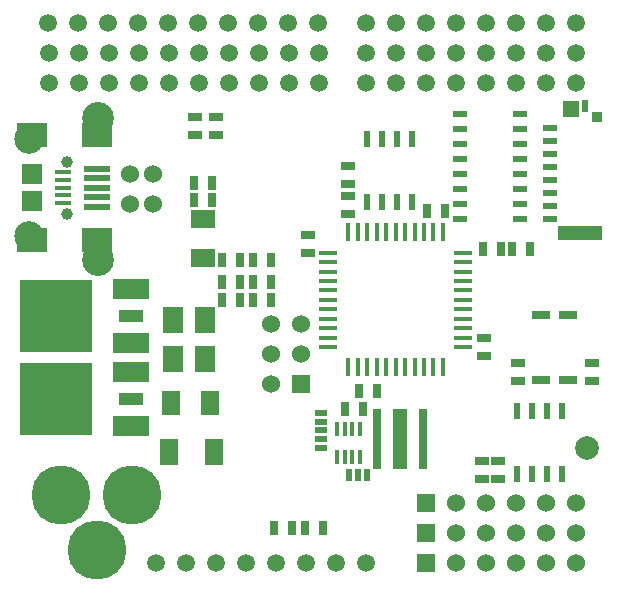
<source format=gts>
G04 (created by PCBNEW (2013-mar-13)-testing) date T 04 juuni 2013 16:25:38 EEST*
%MOIN*%
G04 Gerber Fmt 3.4, Leading zero omitted, Abs format*
%FSLAX34Y34*%
G01*
G70*
G90*
G04 APERTURE LIST*
%ADD10C,0*%
%ADD11C,0.0590551*%
%ADD12R,0.06X0.06*%
%ADD13C,0.06*%
%ADD14R,0.025X0.045*%
%ADD15R,0.08X0.06*%
%ADD16R,0.06X0.08*%
%ADD17R,0.0531496X0.015748*%
%ADD18C,0.0393701*%
%ADD19C,0.0984252*%
%ADD20R,0.0708661X0.0708661*%
%ADD21R,0.0905512X0.019685*%
%ADD22R,0.0984252X0.0787402*%
%ADD23C,0.19685*%
%ADD24R,0.12X0.065*%
%ADD25R,0.24X0.24*%
%ADD26R,0.0787402X0.0433071*%
%ADD27R,0.0688976X0.0885827*%
%ADD28R,0.045X0.025*%
%ADD29R,0.0236X0.0551*%
%ADD30R,0.016X0.06*%
%ADD31R,0.06X0.016*%
%ADD32R,0.0314961X0.200787*%
%ADD33R,0.0511811X0.200787*%
%ADD34C,0.0787402*%
%ADD35R,0.0629921X0.0275591*%
%ADD36R,0.0165354X0.0511811*%
%ADD37R,0.019685X0.0393701*%
%ADD38R,0.0393701X0.019685*%
%ADD39R,0.045X0.02*%
%ADD40R,0.0492126X0.023622*%
%ADD41R,0.149213X0.0472441*%
%ADD42R,0.0551181X0.0570866*%
%ADD43R,0.023622X0.0393701*%
%ADD44R,0.0334646X0.0374016*%
%ADD45C,0.1063*%
%ADD46R,0.063X0.0866*%
G04 APERTURE END LIST*
G54D10*
G54D11*
X6803Y685D03*
X7803Y685D03*
X8803Y685D03*
X9803Y685D03*
X10803Y685D03*
X11803Y685D03*
X12803Y685D03*
X5803Y685D03*
X13803Y18685D03*
X14803Y18685D03*
X15803Y18685D03*
X16803Y18685D03*
X17803Y18685D03*
X18803Y18685D03*
X19803Y18685D03*
X12803Y18685D03*
G54D12*
X14803Y685D03*
G54D13*
X15803Y685D03*
X16803Y685D03*
X17803Y685D03*
X18803Y685D03*
X19803Y685D03*
G54D11*
X3203Y18685D03*
X4203Y18685D03*
X5203Y18685D03*
X6203Y18685D03*
X7203Y18685D03*
X8203Y18685D03*
X9203Y18685D03*
X2203Y18685D03*
X10203Y18685D03*
X11203Y18685D03*
G54D14*
X7062Y13346D03*
X7662Y13346D03*
X7662Y12795D03*
X7062Y12795D03*
G54D11*
X13799Y17677D03*
X14799Y17677D03*
X15799Y17677D03*
X16799Y17677D03*
X17799Y17677D03*
X18799Y17677D03*
X19799Y17677D03*
X12799Y17677D03*
X13799Y16673D03*
X14799Y16673D03*
X15799Y16673D03*
X16799Y16673D03*
X17799Y16673D03*
X18799Y16673D03*
X19799Y16673D03*
X12799Y16673D03*
G54D12*
X14783Y1673D03*
G54D13*
X15783Y1673D03*
X16783Y1673D03*
X17783Y1673D03*
X18783Y1673D03*
X19783Y1673D03*
G54D12*
X14803Y2677D03*
G54D13*
X15803Y2677D03*
X16803Y2677D03*
X17803Y2677D03*
X18803Y2677D03*
X19803Y2677D03*
G54D11*
X3232Y17677D03*
X4232Y17677D03*
X5232Y17677D03*
X6232Y17677D03*
X7232Y17677D03*
X8232Y17677D03*
X9232Y17677D03*
X2232Y17677D03*
X10232Y17677D03*
X11232Y17677D03*
X3232Y16673D03*
X4232Y16673D03*
X5232Y16673D03*
X6232Y16673D03*
X7232Y16673D03*
X8232Y16673D03*
X9232Y16673D03*
X2232Y16673D03*
X10232Y16673D03*
X11232Y16673D03*
G54D15*
X7362Y12146D03*
X7362Y10846D03*
G54D16*
X6279Y6023D03*
X7579Y6023D03*
G54D17*
X2698Y13700D03*
X2698Y13444D03*
X2698Y13188D03*
X2698Y12933D03*
X2698Y12677D03*
G54D18*
X2826Y12312D03*
X2826Y14055D03*
G54D19*
X1574Y11574D03*
X1574Y14803D03*
G54D20*
X1653Y12736D03*
X1653Y13641D03*
G54D21*
X3811Y13818D03*
X3811Y13503D03*
X3811Y13188D03*
X3811Y12874D03*
X3811Y12559D03*
G54D22*
X3811Y11437D03*
X3811Y14940D03*
X1645Y14940D03*
X1645Y11437D03*
G54D23*
X3818Y1102D03*
X5000Y2952D03*
X2637Y2952D03*
G54D24*
X4960Y5241D03*
G54D25*
X2460Y6141D03*
G54D24*
X4960Y7041D03*
G54D26*
X4960Y6141D03*
G54D27*
X6358Y7480D03*
X7421Y7480D03*
G54D14*
X14818Y12401D03*
X15418Y12401D03*
G54D28*
X12204Y12898D03*
X12204Y12298D03*
X10866Y11599D03*
X10866Y10999D03*
G54D14*
X13174Y6417D03*
X12574Y6417D03*
G54D28*
X16732Y7574D03*
X16732Y8174D03*
G54D14*
X8607Y10787D03*
X8007Y10787D03*
X9030Y10787D03*
X9630Y10787D03*
X9030Y9448D03*
X9630Y9448D03*
X9030Y10039D03*
X9630Y10039D03*
G54D28*
X7086Y14936D03*
X7086Y15536D03*
G54D14*
X10762Y1850D03*
X11362Y1850D03*
G54D28*
X12204Y13322D03*
X12204Y13922D03*
G54D14*
X16707Y11141D03*
X17307Y11141D03*
X8607Y9448D03*
X8007Y9448D03*
X8607Y10039D03*
X8007Y10039D03*
G54D28*
X7795Y15536D03*
X7795Y14936D03*
G54D14*
X10339Y1850D03*
X9739Y1850D03*
G54D29*
X12832Y14829D03*
X12832Y12729D03*
X13332Y14829D03*
X13832Y14829D03*
X14332Y14829D03*
X13332Y12729D03*
X13832Y12729D03*
X14332Y12729D03*
G54D30*
X13779Y11698D03*
X13464Y11698D03*
X13149Y11698D03*
X12834Y11698D03*
X12519Y11698D03*
X12204Y11698D03*
X14094Y11698D03*
X14409Y11698D03*
X14724Y11698D03*
X15039Y11698D03*
X15354Y11698D03*
X13779Y7198D03*
X13464Y7198D03*
X13149Y7198D03*
X12834Y7198D03*
X12519Y7198D03*
X12204Y7198D03*
X14094Y7198D03*
X14409Y7198D03*
X14724Y7198D03*
X15039Y7198D03*
X15354Y7198D03*
G54D31*
X11529Y9448D03*
X16029Y9448D03*
X11529Y9133D03*
X16029Y9133D03*
X16029Y8818D03*
X11529Y8818D03*
X11529Y8503D03*
X16029Y8503D03*
X16029Y8188D03*
X11529Y8188D03*
X11529Y7873D03*
X16029Y7873D03*
X16029Y9763D03*
X11529Y9763D03*
X11529Y10078D03*
X16029Y10078D03*
X16029Y10393D03*
X11529Y10393D03*
X11529Y10708D03*
X16029Y10708D03*
X16029Y11023D03*
X11529Y11023D03*
G54D32*
X13169Y4803D03*
G54D33*
X13937Y4803D03*
G54D32*
X14704Y4803D03*
G54D34*
X20157Y4527D03*
G54D14*
X12701Y5826D03*
X12101Y5826D03*
G54D28*
X16653Y3479D03*
X16653Y4079D03*
X17204Y3479D03*
X17204Y4079D03*
G54D29*
X19332Y3635D03*
X19332Y5735D03*
X18832Y3635D03*
X18332Y3635D03*
X17832Y3635D03*
X18832Y5735D03*
X18332Y5735D03*
X17832Y5735D03*
G54D35*
X19527Y6771D03*
X19527Y8937D03*
X18622Y8937D03*
X18622Y6771D03*
G54D28*
X20314Y7347D03*
X20314Y6747D03*
X17874Y6747D03*
X17874Y7347D03*
G54D36*
X11820Y4222D03*
X12076Y4222D03*
X12332Y4222D03*
X12588Y4222D03*
X12588Y5147D03*
X12332Y5147D03*
X12076Y5147D03*
X11820Y5147D03*
G54D37*
X12519Y3622D03*
X12814Y3622D03*
X12224Y3622D03*
G54D38*
X11299Y4803D03*
X11299Y5098D03*
X11299Y4507D03*
X11299Y5393D03*
X11299Y5098D03*
X11299Y5688D03*
G54D39*
X17929Y12147D03*
X17929Y12647D03*
X17929Y13147D03*
X17929Y13647D03*
X17929Y14147D03*
X17929Y14647D03*
X17929Y15147D03*
X17929Y15647D03*
X15929Y15647D03*
X15929Y15147D03*
X15929Y14647D03*
X15929Y14147D03*
X15929Y13647D03*
X15929Y13147D03*
X15929Y12647D03*
X15929Y12147D03*
G54D24*
X4960Y7997D03*
G54D25*
X2460Y8897D03*
G54D24*
X4960Y9797D03*
G54D26*
X4960Y8897D03*
G54D40*
X18937Y15177D03*
X18937Y14744D03*
X18937Y14311D03*
X18937Y13877D03*
X18937Y13444D03*
X18937Y13011D03*
X18937Y12578D03*
X18937Y12145D03*
G54D41*
X19913Y11692D03*
G54D42*
X19616Y15816D03*
G54D43*
X20108Y15905D03*
G54D44*
X20492Y15541D03*
G54D12*
X10618Y6637D03*
G54D13*
X9618Y6637D03*
X10618Y7637D03*
X9618Y7637D03*
X10618Y8637D03*
X9618Y8637D03*
G54D27*
X6358Y8779D03*
X7421Y8779D03*
G54D14*
X17652Y11141D03*
X18252Y11141D03*
G54D13*
X5708Y12649D03*
X5708Y13649D03*
X4921Y13649D03*
X4921Y12649D03*
G54D45*
X3858Y10787D03*
X3858Y15511D03*
G54D46*
X6220Y4370D03*
X7716Y4370D03*
M02*

</source>
